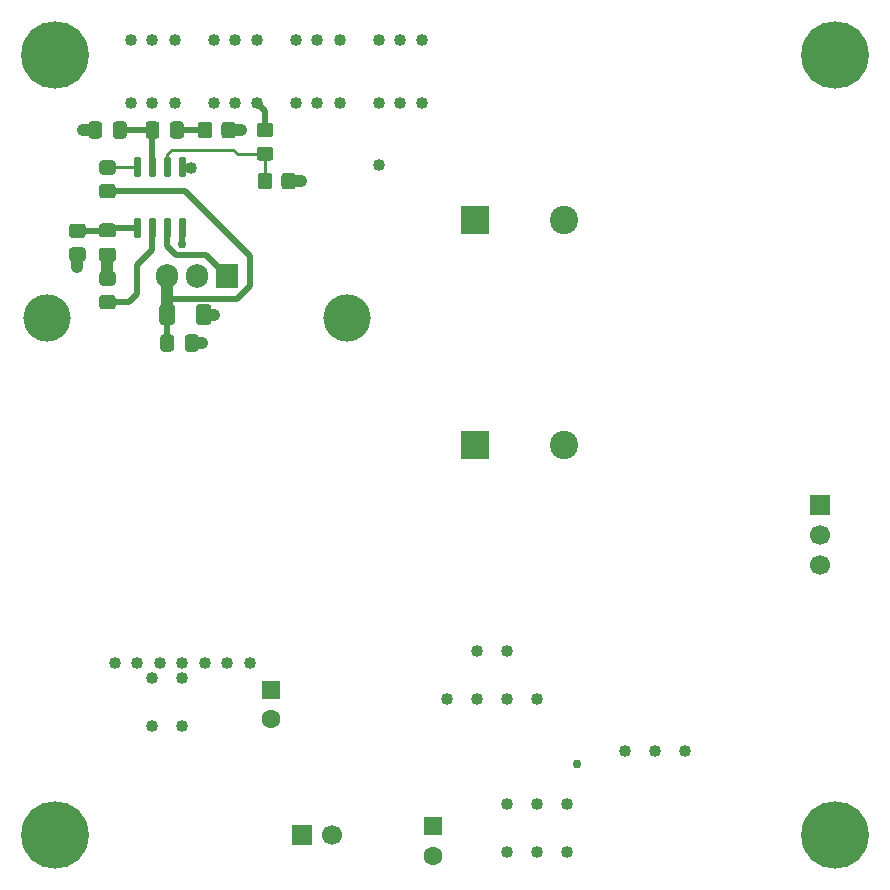
<source format=gbr>
%TF.GenerationSoftware,KiCad,Pcbnew,(5.1.9)-1*%
%TF.CreationDate,2021-10-04T18:28:46-04:00*%
%TF.ProjectId,In9 Music Visualizer RevC,496e3920-4d75-4736-9963-205669737561,rev?*%
%TF.SameCoordinates,Original*%
%TF.FileFunction,Copper,L4,Bot*%
%TF.FilePolarity,Positive*%
%FSLAX46Y46*%
G04 Gerber Fmt 4.6, Leading zero omitted, Abs format (unit mm)*
G04 Created by KiCad (PCBNEW (5.1.9)-1) date 2021-10-04 18:28:46*
%MOMM*%
%LPD*%
G01*
G04 APERTURE LIST*
%TA.AperFunction,ComponentPad*%
%ADD10C,1.700000*%
%TD*%
%TA.AperFunction,ComponentPad*%
%ADD11R,1.700000X1.700000*%
%TD*%
%TA.AperFunction,ComponentPad*%
%ADD12C,1.600000*%
%TD*%
%TA.AperFunction,ComponentPad*%
%ADD13R,1.600000X1.600000*%
%TD*%
%TA.AperFunction,ComponentPad*%
%ADD14C,5.715000*%
%TD*%
%TA.AperFunction,ComponentPad*%
%ADD15O,1.905000X2.000000*%
%TD*%
%TA.AperFunction,ComponentPad*%
%ADD16R,1.905000X2.000000*%
%TD*%
%TA.AperFunction,ComponentPad*%
%ADD17C,4.000000*%
%TD*%
%TA.AperFunction,ComponentPad*%
%ADD18C,2.400000*%
%TD*%
%TA.AperFunction,ComponentPad*%
%ADD19R,2.400000X2.400000*%
%TD*%
%TA.AperFunction,ViaPad*%
%ADD20C,0.762000*%
%TD*%
%TA.AperFunction,ViaPad*%
%ADD21C,1.016000*%
%TD*%
%TA.AperFunction,Conductor*%
%ADD22C,1.016000*%
%TD*%
%TA.AperFunction,Conductor*%
%ADD23C,0.508000*%
%TD*%
%TA.AperFunction,Conductor*%
%ADD24C,0.254000*%
%TD*%
G04 APERTURE END LIST*
D10*
%TO.P,J5,2*%
%TO.N,+5V*%
X120650000Y-96520000D03*
D11*
%TO.P,J5,1*%
%TO.N,150V*%
X120650000Y-93980000D03*
D10*
%TO.P,J5,3*%
%TO.N,GND*%
X120650000Y-99060000D03*
%TD*%
D12*
%TO.P,C22,2*%
%TO.N,GND*%
X87884000Y-123658000D03*
D13*
%TO.P,C22,1*%
%TO.N,+12V*%
X87884000Y-121158000D03*
%TD*%
D14*
%TO.P,REF\u002A\u002A,1*%
%TO.N,N/C*%
X121920000Y-121920000D03*
%TD*%
%TO.P,R10,2*%
%TO.N,Net-(R10-Pad2)*%
%TA.AperFunction,SMDPad,CuDef*%
G36*
G01*
X60775001Y-66005000D02*
X59874999Y-66005000D01*
G75*
G02*
X59625000Y-65755001I0J249999D01*
G01*
X59625000Y-65054999D01*
G75*
G02*
X59874999Y-64805000I249999J0D01*
G01*
X60775001Y-64805000D01*
G75*
G02*
X61025000Y-65054999I0J-249999D01*
G01*
X61025000Y-65755001D01*
G75*
G02*
X60775001Y-66005000I-249999J0D01*
G01*
G37*
%TD.AperFunction*%
%TO.P,R10,1*%
%TO.N,Net-(C17-Pad1)*%
%TA.AperFunction,SMDPad,CuDef*%
G36*
G01*
X60775001Y-68005000D02*
X59874999Y-68005000D01*
G75*
G02*
X59625000Y-67755001I0J249999D01*
G01*
X59625000Y-67054999D01*
G75*
G02*
X59874999Y-66805000I249999J0D01*
G01*
X60775001Y-66805000D01*
G75*
G02*
X61025000Y-67054999I0J-249999D01*
G01*
X61025000Y-67755001D01*
G75*
G02*
X60775001Y-68005000I-249999J0D01*
G01*
G37*
%TD.AperFunction*%
%TD*%
%TO.P,REF\u002A\u002A,1*%
%TO.N,N/C*%
X121920000Y-55880000D03*
%TD*%
%TO.P,REF\u002A\u002A,1*%
%TO.N,N/C*%
X55880000Y-121920000D03*
%TD*%
%TO.P,REF\u002A\u002A,1*%
%TO.N,N/C*%
X55880000Y-55880000D03*
%TD*%
%TO.P,U2,8*%
%TO.N,Net-(C14-Pad1)*%
%TA.AperFunction,SMDPad,CuDef*%
G36*
G01*
X62715000Y-69645000D02*
X63015000Y-69645000D01*
G75*
G02*
X63165000Y-69795000I0J-150000D01*
G01*
X63165000Y-71245000D01*
G75*
G02*
X63015000Y-71395000I-150000J0D01*
G01*
X62715000Y-71395000D01*
G75*
G02*
X62565000Y-71245000I0J150000D01*
G01*
X62565000Y-69795000D01*
G75*
G02*
X62715000Y-69645000I150000J0D01*
G01*
G37*
%TD.AperFunction*%
%TO.P,U2,7*%
%TO.N,Net-(R12-Pad1)*%
%TA.AperFunction,SMDPad,CuDef*%
G36*
G01*
X63985000Y-69645000D02*
X64285000Y-69645000D01*
G75*
G02*
X64435000Y-69795000I0J-150000D01*
G01*
X64435000Y-71245000D01*
G75*
G02*
X64285000Y-71395000I-150000J0D01*
G01*
X63985000Y-71395000D01*
G75*
G02*
X63835000Y-71245000I0J150000D01*
G01*
X63835000Y-69795000D01*
G75*
G02*
X63985000Y-69645000I150000J0D01*
G01*
G37*
%TD.AperFunction*%
%TO.P,U2,6*%
%TO.N,Net-(Q2-Pad1)*%
%TA.AperFunction,SMDPad,CuDef*%
G36*
G01*
X65255000Y-69645000D02*
X65555000Y-69645000D01*
G75*
G02*
X65705000Y-69795000I0J-150000D01*
G01*
X65705000Y-71245000D01*
G75*
G02*
X65555000Y-71395000I-150000J0D01*
G01*
X65255000Y-71395000D01*
G75*
G02*
X65105000Y-71245000I0J150000D01*
G01*
X65105000Y-69795000D01*
G75*
G02*
X65255000Y-69645000I150000J0D01*
G01*
G37*
%TD.AperFunction*%
%TO.P,U2,5*%
%TO.N,GND*%
%TA.AperFunction,SMDPad,CuDef*%
G36*
G01*
X66525000Y-69645000D02*
X66825000Y-69645000D01*
G75*
G02*
X66975000Y-69795000I0J-150000D01*
G01*
X66975000Y-71245000D01*
G75*
G02*
X66825000Y-71395000I-150000J0D01*
G01*
X66525000Y-71395000D01*
G75*
G02*
X66375000Y-71245000I0J150000D01*
G01*
X66375000Y-69795000D01*
G75*
G02*
X66525000Y-69645000I150000J0D01*
G01*
G37*
%TD.AperFunction*%
%TO.P,U2,4*%
%TA.AperFunction,SMDPad,CuDef*%
G36*
G01*
X66525000Y-64495000D02*
X66825000Y-64495000D01*
G75*
G02*
X66975000Y-64645000I0J-150000D01*
G01*
X66975000Y-66095000D01*
G75*
G02*
X66825000Y-66245000I-150000J0D01*
G01*
X66525000Y-66245000D01*
G75*
G02*
X66375000Y-66095000I0J150000D01*
G01*
X66375000Y-64645000D01*
G75*
G02*
X66525000Y-64495000I150000J0D01*
G01*
G37*
%TD.AperFunction*%
%TO.P,U2,3*%
%TO.N,Net-(R11-Pad1)*%
%TA.AperFunction,SMDPad,CuDef*%
G36*
G01*
X65255000Y-64495000D02*
X65555000Y-64495000D01*
G75*
G02*
X65705000Y-64645000I0J-150000D01*
G01*
X65705000Y-66095000D01*
G75*
G02*
X65555000Y-66245000I-150000J0D01*
G01*
X65255000Y-66245000D01*
G75*
G02*
X65105000Y-66095000I0J150000D01*
G01*
X65105000Y-64645000D01*
G75*
G02*
X65255000Y-64495000I150000J0D01*
G01*
G37*
%TD.AperFunction*%
%TO.P,U2,2*%
%TO.N,Net-(C15-Pad1)*%
%TA.AperFunction,SMDPad,CuDef*%
G36*
G01*
X63985000Y-64495000D02*
X64285000Y-64495000D01*
G75*
G02*
X64435000Y-64645000I0J-150000D01*
G01*
X64435000Y-66095000D01*
G75*
G02*
X64285000Y-66245000I-150000J0D01*
G01*
X63985000Y-66245000D01*
G75*
G02*
X63835000Y-66095000I0J150000D01*
G01*
X63835000Y-64645000D01*
G75*
G02*
X63985000Y-64495000I150000J0D01*
G01*
G37*
%TD.AperFunction*%
%TO.P,U2,1*%
%TO.N,Net-(R10-Pad2)*%
%TA.AperFunction,SMDPad,CuDef*%
G36*
G01*
X62715000Y-64495000D02*
X63015000Y-64495000D01*
G75*
G02*
X63165000Y-64645000I0J-150000D01*
G01*
X63165000Y-66095000D01*
G75*
G02*
X63015000Y-66245000I-150000J0D01*
G01*
X62715000Y-66245000D01*
G75*
G02*
X62565000Y-66095000I0J150000D01*
G01*
X62565000Y-64645000D01*
G75*
G02*
X62715000Y-64495000I150000J0D01*
G01*
G37*
%TD.AperFunction*%
%TD*%
%TO.P,R14,2*%
%TO.N,GND*%
%TA.AperFunction,SMDPad,CuDef*%
G36*
G01*
X69980000Y-62680001D02*
X69980000Y-61779999D01*
G75*
G02*
X70229999Y-61530000I249999J0D01*
G01*
X70930001Y-61530000D01*
G75*
G02*
X71180000Y-61779999I0J-249999D01*
G01*
X71180000Y-62680001D01*
G75*
G02*
X70930001Y-62930000I-249999J0D01*
G01*
X70229999Y-62930000D01*
G75*
G02*
X69980000Y-62680001I0J249999D01*
G01*
G37*
%TD.AperFunction*%
%TO.P,R14,1*%
%TO.N,Net-(C15-Pad2)*%
%TA.AperFunction,SMDPad,CuDef*%
G36*
G01*
X67980000Y-62680001D02*
X67980000Y-61779999D01*
G75*
G02*
X68229999Y-61530000I249999J0D01*
G01*
X68930001Y-61530000D01*
G75*
G02*
X69180000Y-61779999I0J-249999D01*
G01*
X69180000Y-62680001D01*
G75*
G02*
X68930001Y-62930000I-249999J0D01*
G01*
X68229999Y-62930000D01*
G75*
G02*
X67980000Y-62680001I0J249999D01*
G01*
G37*
%TD.AperFunction*%
%TD*%
%TO.P,R13,2*%
%TO.N,GND*%
%TA.AperFunction,SMDPad,CuDef*%
G36*
G01*
X67829000Y-78476001D02*
X67829000Y-77225999D01*
G75*
G02*
X68078999Y-76976000I249999J0D01*
G01*
X68879001Y-76976000D01*
G75*
G02*
X69129000Y-77225999I0J-249999D01*
G01*
X69129000Y-78476001D01*
G75*
G02*
X68879001Y-78726000I-249999J0D01*
G01*
X68078999Y-78726000D01*
G75*
G02*
X67829000Y-78476001I0J249999D01*
G01*
G37*
%TD.AperFunction*%
%TO.P,R13,1*%
%TO.N,Net-(C17-Pad1)*%
%TA.AperFunction,SMDPad,CuDef*%
G36*
G01*
X64729000Y-78476001D02*
X64729000Y-77225999D01*
G75*
G02*
X64978999Y-76976000I249999J0D01*
G01*
X65779001Y-76976000D01*
G75*
G02*
X66029000Y-77225999I0J-249999D01*
G01*
X66029000Y-78476001D01*
G75*
G02*
X65779001Y-78726000I-249999J0D01*
G01*
X64978999Y-78726000D01*
G75*
G02*
X64729000Y-78476001I0J249999D01*
G01*
G37*
%TD.AperFunction*%
%TD*%
%TO.P,R12,2*%
%TO.N,GND*%
%TA.AperFunction,SMDPad,CuDef*%
G36*
G01*
X60775001Y-75403000D02*
X59874999Y-75403000D01*
G75*
G02*
X59625000Y-75153001I0J249999D01*
G01*
X59625000Y-74452999D01*
G75*
G02*
X59874999Y-74203000I249999J0D01*
G01*
X60775001Y-74203000D01*
G75*
G02*
X61025000Y-74452999I0J-249999D01*
G01*
X61025000Y-75153001D01*
G75*
G02*
X60775001Y-75403000I-249999J0D01*
G01*
G37*
%TD.AperFunction*%
%TO.P,R12,1*%
%TO.N,Net-(R12-Pad1)*%
%TA.AperFunction,SMDPad,CuDef*%
G36*
G01*
X60775001Y-77403000D02*
X59874999Y-77403000D01*
G75*
G02*
X59625000Y-77153001I0J249999D01*
G01*
X59625000Y-76452999D01*
G75*
G02*
X59874999Y-76203000I249999J0D01*
G01*
X60775001Y-76203000D01*
G75*
G02*
X61025000Y-76452999I0J-249999D01*
G01*
X61025000Y-77153001D01*
G75*
G02*
X60775001Y-77403000I-249999J0D01*
G01*
G37*
%TD.AperFunction*%
%TD*%
%TO.P,R11,2*%
%TO.N,GND*%
%TA.AperFunction,SMDPad,CuDef*%
G36*
G01*
X75060000Y-66998001D02*
X75060000Y-66097999D01*
G75*
G02*
X75309999Y-65848000I249999J0D01*
G01*
X76010001Y-65848000D01*
G75*
G02*
X76260000Y-66097999I0J-249999D01*
G01*
X76260000Y-66998001D01*
G75*
G02*
X76010001Y-67248000I-249999J0D01*
G01*
X75309999Y-67248000D01*
G75*
G02*
X75060000Y-66998001I0J249999D01*
G01*
G37*
%TD.AperFunction*%
%TO.P,R11,1*%
%TO.N,Net-(R11-Pad1)*%
%TA.AperFunction,SMDPad,CuDef*%
G36*
G01*
X73060000Y-66998001D02*
X73060000Y-66097999D01*
G75*
G02*
X73309999Y-65848000I249999J0D01*
G01*
X74010001Y-65848000D01*
G75*
G02*
X74260000Y-66097999I0J-249999D01*
G01*
X74260000Y-66998001D01*
G75*
G02*
X74010001Y-67248000I-249999J0D01*
G01*
X73309999Y-67248000D01*
G75*
G02*
X73060000Y-66998001I0J249999D01*
G01*
G37*
%TD.AperFunction*%
%TD*%
%TO.P,R8,2*%
%TO.N,Net-(R11-Pad1)*%
%TA.AperFunction,SMDPad,CuDef*%
G36*
G01*
X73209999Y-63630000D02*
X74110001Y-63630000D01*
G75*
G02*
X74360000Y-63879999I0J-249999D01*
G01*
X74360000Y-64580001D01*
G75*
G02*
X74110001Y-64830000I-249999J0D01*
G01*
X73209999Y-64830000D01*
G75*
G02*
X72960000Y-64580001I0J249999D01*
G01*
X72960000Y-63879999D01*
G75*
G02*
X73209999Y-63630000I249999J0D01*
G01*
G37*
%TD.AperFunction*%
%TO.P,R8,1*%
%TO.N,150V*%
%TA.AperFunction,SMDPad,CuDef*%
G36*
G01*
X73209999Y-61630000D02*
X74110001Y-61630000D01*
G75*
G02*
X74360000Y-61879999I0J-249999D01*
G01*
X74360000Y-62580001D01*
G75*
G02*
X74110001Y-62830000I-249999J0D01*
G01*
X73209999Y-62830000D01*
G75*
G02*
X72960000Y-62580001I0J249999D01*
G01*
X72960000Y-61879999D01*
G75*
G02*
X73209999Y-61630000I249999J0D01*
G01*
G37*
%TD.AperFunction*%
%TD*%
%TO.P,R7,2*%
%TO.N,Net-(C14-Pad1)*%
%TA.AperFunction,SMDPad,CuDef*%
G36*
G01*
X58235001Y-71355000D02*
X57334999Y-71355000D01*
G75*
G02*
X57085000Y-71105001I0J249999D01*
G01*
X57085000Y-70404999D01*
G75*
G02*
X57334999Y-70155000I249999J0D01*
G01*
X58235001Y-70155000D01*
G75*
G02*
X58485000Y-70404999I0J-249999D01*
G01*
X58485000Y-71105001D01*
G75*
G02*
X58235001Y-71355000I-249999J0D01*
G01*
G37*
%TD.AperFunction*%
%TO.P,R7,1*%
%TO.N,+12V*%
%TA.AperFunction,SMDPad,CuDef*%
G36*
G01*
X58235001Y-73355000D02*
X57334999Y-73355000D01*
G75*
G02*
X57085000Y-73105001I0J249999D01*
G01*
X57085000Y-72404999D01*
G75*
G02*
X57334999Y-72155000I249999J0D01*
G01*
X58235001Y-72155000D01*
G75*
G02*
X58485000Y-72404999I0J-249999D01*
G01*
X58485000Y-73105001D01*
G75*
G02*
X58235001Y-73355000I-249999J0D01*
G01*
G37*
%TD.AperFunction*%
%TD*%
D15*
%TO.P,Q2,3*%
%TO.N,Net-(C17-Pad1)*%
X65405000Y-74549000D03*
%TO.P,Q2,2*%
%TO.N,Net-(D1-Pad2)*%
X67945000Y-74549000D03*
D16*
%TO.P,Q2,1*%
%TO.N,Net-(Q2-Pad1)*%
X70485000Y-74549000D03*
%TD*%
D10*
%TO.P,J1,2*%
%TO.N,GND*%
X79375000Y-121920000D03*
D11*
%TO.P,J1,1*%
%TO.N,+12V*%
X76835000Y-121920000D03*
%TD*%
D17*
%TO.P,HS1,1*%
%TO.N,N/C*%
X80645000Y-78105000D03*
X55245000Y-78105000D03*
%TD*%
%TO.P,C17,2*%
%TO.N,GND*%
%TA.AperFunction,SMDPad,CuDef*%
G36*
G01*
X66871000Y-80739000D02*
X66871000Y-79789000D01*
G75*
G02*
X67121000Y-79539000I250000J0D01*
G01*
X67796000Y-79539000D01*
G75*
G02*
X68046000Y-79789000I0J-250000D01*
G01*
X68046000Y-80739000D01*
G75*
G02*
X67796000Y-80989000I-250000J0D01*
G01*
X67121000Y-80989000D01*
G75*
G02*
X66871000Y-80739000I0J250000D01*
G01*
G37*
%TD.AperFunction*%
%TO.P,C17,1*%
%TO.N,Net-(C17-Pad1)*%
%TA.AperFunction,SMDPad,CuDef*%
G36*
G01*
X64796000Y-80739000D02*
X64796000Y-79789000D01*
G75*
G02*
X65046000Y-79539000I250000J0D01*
G01*
X65721000Y-79539000D01*
G75*
G02*
X65971000Y-79789000I0J-250000D01*
G01*
X65971000Y-80739000D01*
G75*
G02*
X65721000Y-80989000I-250000J0D01*
G01*
X65046000Y-80989000D01*
G75*
G02*
X64796000Y-80739000I0J250000D01*
G01*
G37*
%TD.AperFunction*%
%TD*%
%TO.P,C16,2*%
%TO.N,GND*%
%TA.AperFunction,SMDPad,CuDef*%
G36*
G01*
X59875000Y-61755000D02*
X59875000Y-62705000D01*
G75*
G02*
X59625000Y-62955000I-250000J0D01*
G01*
X58950000Y-62955000D01*
G75*
G02*
X58700000Y-62705000I0J250000D01*
G01*
X58700000Y-61755000D01*
G75*
G02*
X58950000Y-61505000I250000J0D01*
G01*
X59625000Y-61505000D01*
G75*
G02*
X59875000Y-61755000I0J-250000D01*
G01*
G37*
%TD.AperFunction*%
%TO.P,C16,1*%
%TO.N,Net-(C15-Pad1)*%
%TA.AperFunction,SMDPad,CuDef*%
G36*
G01*
X61950000Y-61755000D02*
X61950000Y-62705000D01*
G75*
G02*
X61700000Y-62955000I-250000J0D01*
G01*
X61025000Y-62955000D01*
G75*
G02*
X60775000Y-62705000I0J250000D01*
G01*
X60775000Y-61755000D01*
G75*
G02*
X61025000Y-61505000I250000J0D01*
G01*
X61700000Y-61505000D01*
G75*
G02*
X61950000Y-61755000I0J-250000D01*
G01*
G37*
%TD.AperFunction*%
%TD*%
%TO.P,C15,2*%
%TO.N,Net-(C15-Pad2)*%
%TA.AperFunction,SMDPad,CuDef*%
G36*
G01*
X65622500Y-62705000D02*
X65622500Y-61755000D01*
G75*
G02*
X65872500Y-61505000I250000J0D01*
G01*
X66547500Y-61505000D01*
G75*
G02*
X66797500Y-61755000I0J-250000D01*
G01*
X66797500Y-62705000D01*
G75*
G02*
X66547500Y-62955000I-250000J0D01*
G01*
X65872500Y-62955000D01*
G75*
G02*
X65622500Y-62705000I0J250000D01*
G01*
G37*
%TD.AperFunction*%
%TO.P,C15,1*%
%TO.N,Net-(C15-Pad1)*%
%TA.AperFunction,SMDPad,CuDef*%
G36*
G01*
X63547500Y-62705000D02*
X63547500Y-61755000D01*
G75*
G02*
X63797500Y-61505000I250000J0D01*
G01*
X64472500Y-61505000D01*
G75*
G02*
X64722500Y-61755000I0J-250000D01*
G01*
X64722500Y-62705000D01*
G75*
G02*
X64472500Y-62955000I-250000J0D01*
G01*
X63797500Y-62955000D01*
G75*
G02*
X63547500Y-62705000I0J250000D01*
G01*
G37*
%TD.AperFunction*%
%TD*%
%TO.P,C14,2*%
%TO.N,GND*%
%TA.AperFunction,SMDPad,CuDef*%
G36*
G01*
X59850000Y-72205000D02*
X60800000Y-72205000D01*
G75*
G02*
X61050000Y-72455000I0J-250000D01*
G01*
X61050000Y-73130000D01*
G75*
G02*
X60800000Y-73380000I-250000J0D01*
G01*
X59850000Y-73380000D01*
G75*
G02*
X59600000Y-73130000I0J250000D01*
G01*
X59600000Y-72455000D01*
G75*
G02*
X59850000Y-72205000I250000J0D01*
G01*
G37*
%TD.AperFunction*%
%TO.P,C14,1*%
%TO.N,Net-(C14-Pad1)*%
%TA.AperFunction,SMDPad,CuDef*%
G36*
G01*
X59850000Y-70130000D02*
X60800000Y-70130000D01*
G75*
G02*
X61050000Y-70380000I0J-250000D01*
G01*
X61050000Y-71055000D01*
G75*
G02*
X60800000Y-71305000I-250000J0D01*
G01*
X59850000Y-71305000D01*
G75*
G02*
X59600000Y-71055000I0J250000D01*
G01*
X59600000Y-70380000D01*
G75*
G02*
X59850000Y-70130000I250000J0D01*
G01*
G37*
%TD.AperFunction*%
%TD*%
D18*
%TO.P,C9,2*%
%TO.N,GND*%
X98940000Y-69850000D03*
D19*
%TO.P,C9,1*%
%TO.N,150V*%
X91440000Y-69850000D03*
%TD*%
D18*
%TO.P,C8,2*%
%TO.N,GND*%
X98940000Y-88900000D03*
D19*
%TO.P,C8,1*%
%TO.N,150V*%
X91440000Y-88900000D03*
%TD*%
D12*
%TO.P,C5,2*%
%TO.N,GND*%
X74168000Y-112101000D03*
D13*
%TO.P,C5,1*%
%TO.N,+12V*%
X74168000Y-109601000D03*
%TD*%
D20*
%TO.N,GND*%
X100076000Y-115887500D03*
D21*
X104140000Y-114808000D03*
X64135000Y-112649000D03*
X66675000Y-112649000D03*
X83312000Y-54610000D03*
X85090000Y-54610000D03*
X86995000Y-54610000D03*
X76327000Y-54610000D03*
X78105000Y-54610000D03*
X80010000Y-54610000D03*
X69342000Y-54610000D03*
X71120000Y-54610000D03*
X73025000Y-54610000D03*
X62357000Y-54610000D03*
X64135000Y-54610000D03*
X66040000Y-54610000D03*
X83312000Y-65151000D03*
X60325000Y-73787000D03*
X58293000Y-62230000D03*
X69342000Y-77851000D03*
X67437000Y-65405000D03*
X71628000Y-62230000D03*
X76708000Y-66548000D03*
X68326000Y-80264000D03*
D20*
X66675000Y-71882000D03*
D21*
X94170500Y-106362500D03*
X91630500Y-106362500D03*
X94170500Y-123317000D03*
X96710500Y-123317000D03*
X99250500Y-123317000D03*
%TO.N,+5V*%
X89090500Y-110426500D03*
X96710500Y-110426500D03*
X109220000Y-114808000D03*
X106680000Y-114808000D03*
X91630500Y-110426500D03*
X94170500Y-110426500D03*
%TO.N,+12V*%
X60960000Y-107315000D03*
X62865000Y-107315000D03*
X64770000Y-107315000D03*
X66675000Y-107315000D03*
X68580000Y-107315000D03*
X70485000Y-107315000D03*
X72390000Y-107315000D03*
X64135000Y-108585000D03*
X66675000Y-108585000D03*
X57785000Y-73787000D03*
X94170500Y-119253000D03*
X96710500Y-119253000D03*
X99250500Y-119253000D03*
%TO.N,150V*%
X83312000Y-59944000D03*
X85090000Y-59944000D03*
X86995000Y-59944000D03*
X76327000Y-59944000D03*
X78105000Y-59944000D03*
X80010000Y-59944000D03*
X69342000Y-59944000D03*
X71120000Y-59944000D03*
X73025000Y-59944000D03*
X62357000Y-59944000D03*
X66040000Y-59944000D03*
X64135000Y-59944000D03*
%TD*%
D22*
%TO.N,GND*%
X60325000Y-74803000D02*
X60325000Y-72792500D01*
X58293000Y-62230000D02*
X59287500Y-62230000D01*
D23*
X66710000Y-65405000D02*
X66675000Y-65370000D01*
X67437000Y-65405000D02*
X66710000Y-65405000D01*
D22*
X71628000Y-62230000D02*
X70580000Y-62230000D01*
X76708000Y-66548000D02*
X75660000Y-66548000D01*
D23*
X66675000Y-70520000D02*
X66675000Y-71882000D01*
D22*
X69342000Y-77851000D02*
X68479000Y-77851000D01*
X68326000Y-80264000D02*
X67458500Y-80264000D01*
%TO.N,+12V*%
X57785000Y-73787000D02*
X57785000Y-72755000D01*
D23*
%TO.N,Net-(C14-Pad1)*%
X60287500Y-70755000D02*
X60325000Y-70717500D01*
X57785000Y-70755000D02*
X60287500Y-70755000D01*
X60522500Y-70520000D02*
X60325000Y-70717500D01*
X62865000Y-70520000D02*
X60522500Y-70520000D01*
%TO.N,Net-(C15-Pad2)*%
X66210000Y-62230000D02*
X68580000Y-62230000D01*
%TO.N,Net-(C15-Pad1)*%
X64135000Y-65370000D02*
X64135000Y-62230000D01*
X61362500Y-62230000D02*
X64135000Y-62230000D01*
%TO.N,Net-(Q2-Pad1)*%
X65405000Y-70520000D02*
X65405000Y-72009000D01*
X65405000Y-72009000D02*
X66167000Y-72771000D01*
X68707000Y-72771000D02*
X70485000Y-74549000D01*
X66167000Y-72771000D02*
X68707000Y-72771000D01*
D24*
%TO.N,Net-(R11-Pad1)*%
X73660000Y-64230000D02*
X73660000Y-66548000D01*
X65405000Y-65370000D02*
X65405000Y-64262000D01*
X65405000Y-64262000D02*
X65786000Y-63881000D01*
X65786000Y-63881000D02*
X70993000Y-63881000D01*
X71342000Y-64230000D02*
X73660000Y-64230000D01*
X70993000Y-63881000D02*
X71342000Y-64230000D01*
D23*
%TO.N,150V*%
X73025000Y-59944000D02*
X73660000Y-60579000D01*
X73660000Y-60579000D02*
X73660000Y-62230000D01*
D24*
%TO.N,Net-(R10-Pad2)*%
X60360000Y-65370000D02*
X60325000Y-65405000D01*
X62865000Y-65370000D02*
X60360000Y-65370000D01*
D23*
%TO.N,Net-(R12-Pad1)*%
X64135000Y-70520000D02*
X64135000Y-72390000D01*
X64135000Y-72390000D02*
X62865000Y-73660000D01*
X62135000Y-76803000D02*
X60325000Y-76803000D01*
X62865000Y-76073000D02*
X62135000Y-76803000D01*
X62865000Y-76073000D02*
X62865000Y-73660000D01*
D22*
%TO.N,Net-(C17-Pad1)*%
X65379000Y-74575000D02*
X65405000Y-74549000D01*
D23*
X65383500Y-77855500D02*
X65379000Y-77851000D01*
X65383500Y-80264000D02*
X65383500Y-77855500D01*
D22*
X65379000Y-76607000D02*
X65379000Y-74575000D01*
X65379000Y-77851000D02*
X65379000Y-76607000D01*
D23*
X71255112Y-76531490D02*
X65454510Y-76531490D01*
X65454510Y-76531490D02*
X65379000Y-76607000D01*
X72390000Y-75396602D02*
X71255112Y-76531490D01*
X72390000Y-72898000D02*
X72390000Y-75396602D01*
X66897000Y-67405000D02*
X72390000Y-72898000D01*
X60325000Y-67405000D02*
X66897000Y-67405000D01*
%TD*%
M02*

</source>
